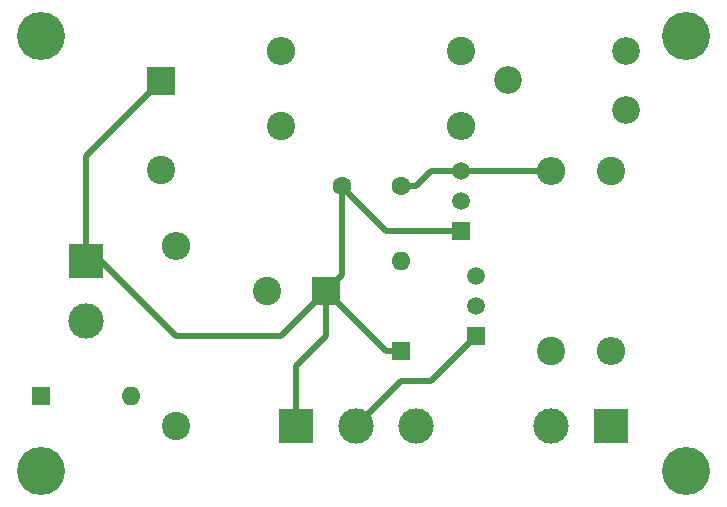
<source format=gbr>
G04 #@! TF.FileFunction,Copper,L2,Bot,Signal*
%FSLAX46Y46*%
G04 Gerber Fmt 4.6, Leading zero omitted, Abs format (unit mm)*
G04 Created by KiCad (PCBNEW 4.0.7) date Sunday, September 23, 2018 'PMt' 01:21:38 PM*
%MOMM*%
%LPD*%
G01*
G04 APERTURE LIST*
%ADD10C,0.100000*%
%ADD11C,4.064000*%
%ADD12C,1.600000*%
%ADD13R,2.400000X2.400000*%
%ADD14C,2.400000*%
%ADD15R,1.600000X1.600000*%
%ADD16O,1.600000X1.600000*%
%ADD17R,3.000000X3.000000*%
%ADD18C,3.000000*%
%ADD19C,1.520000*%
%ADD20R,1.520000X1.520000*%
%ADD21O,2.400000X2.400000*%
%ADD22C,2.340000*%
%ADD23C,0.500000*%
G04 APERTURE END LIST*
D10*
D11*
X148590000Y-109220000D03*
X148590000Y-72390000D03*
X93980000Y-72390000D03*
D12*
X124460000Y-85090000D03*
X119460000Y-85090000D03*
D13*
X104140000Y-76200000D03*
D14*
X104140000Y-83700000D03*
D13*
X118110000Y-93980000D03*
D14*
X113110000Y-93980000D03*
D15*
X124460000Y-99060000D03*
D16*
X124460000Y-91440000D03*
D15*
X93980000Y-102870000D03*
D16*
X101600000Y-102870000D03*
D17*
X142240000Y-105410000D03*
D18*
X137160000Y-105410000D03*
D17*
X115570000Y-105410000D03*
D18*
X120650000Y-105410000D03*
X125730000Y-105410000D03*
D17*
X97790000Y-91440000D03*
D18*
X97790000Y-96520000D03*
D19*
X129540000Y-86360000D03*
X129540000Y-83820000D03*
D20*
X129540000Y-88900000D03*
D19*
X130810000Y-95250000D03*
X130810000Y-92710000D03*
D20*
X130810000Y-97790000D03*
D14*
X142240000Y-83820000D03*
D21*
X142240000Y-99060000D03*
D14*
X137160000Y-99060000D03*
D21*
X137160000Y-83820000D03*
D14*
X129540000Y-73660000D03*
D21*
X114300000Y-73660000D03*
D14*
X105410000Y-105410000D03*
D21*
X105410000Y-90170000D03*
D22*
X143510000Y-78660000D03*
X133510000Y-76160000D03*
X143510000Y-73660000D03*
D11*
X93980000Y-109220000D03*
D14*
X114300000Y-80010000D03*
D21*
X129540000Y-80010000D03*
D23*
X129540000Y-83820000D02*
X137160000Y-83820000D01*
X124460000Y-85090000D02*
X125730000Y-85090000D01*
X127000000Y-83820000D02*
X129540000Y-83820000D01*
X125730000Y-85090000D02*
X127000000Y-83820000D01*
X124460000Y-99060000D02*
X123190000Y-99060000D01*
X123190000Y-99060000D02*
X118110000Y-93980000D01*
X119460000Y-85090000D02*
X119460000Y-85170000D01*
X119460000Y-85170000D02*
X123190000Y-88900000D01*
X123190000Y-88900000D02*
X129540000Y-88900000D01*
X115570000Y-105410000D02*
X115570000Y-100330000D01*
X118110000Y-97790000D02*
X118110000Y-93980000D01*
X115570000Y-100330000D02*
X118110000Y-97790000D01*
X119460000Y-85090000D02*
X119460000Y-92630000D01*
X119460000Y-92630000D02*
X118110000Y-93980000D01*
X97790000Y-91440000D02*
X99060000Y-91440000D01*
X99060000Y-91440000D02*
X105410000Y-97790000D01*
X114300000Y-97790000D02*
X118110000Y-93980000D01*
X105410000Y-97790000D02*
X114300000Y-97790000D01*
X97790000Y-91440000D02*
X97790000Y-82550000D01*
X97790000Y-82550000D02*
X104140000Y-76200000D01*
X130810000Y-97790000D02*
X127000000Y-101600000D01*
X124460000Y-101600000D02*
X120650000Y-105410000D01*
X127000000Y-101600000D02*
X124460000Y-101600000D01*
M02*

</source>
